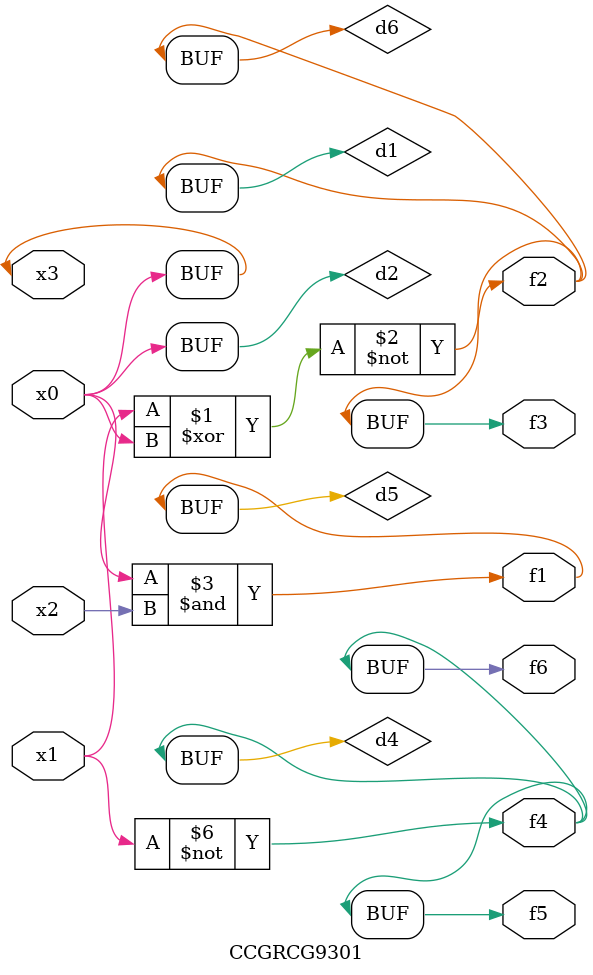
<source format=v>
module CCGRCG9301(
	input x0, x1, x2, x3,
	output f1, f2, f3, f4, f5, f6
);

	wire d1, d2, d3, d4, d5, d6;

	xnor (d1, x1, x3);
	buf (d2, x0, x3);
	nand (d3, x0, x2);
	not (d4, x1);
	nand (d5, d3);
	or (d6, d1);
	assign f1 = d5;
	assign f2 = d6;
	assign f3 = d6;
	assign f4 = d4;
	assign f5 = d4;
	assign f6 = d4;
endmodule

</source>
